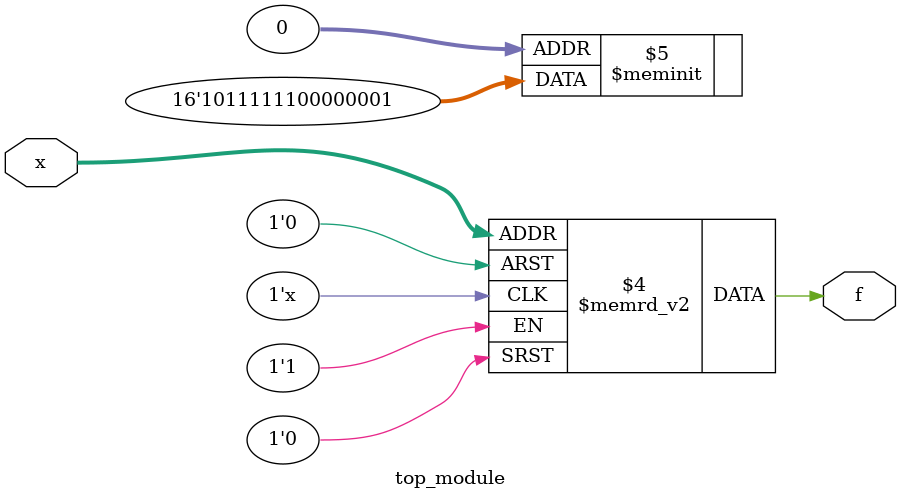
<source format=sv>
module top_module (
    input [4:1] x,
    output logic f
);

always @(*) begin
    case (x)
        4'b0000: f = 1'b1;
        4'b0001: f = 1'b0;
        4'b0011: f = 1'b0;
        4'b0010: f = 1'b0;  // Corrections were made here to match the Karnaugh map
        4'b0100: f = 1'b0;
        4'b0101: f = 1'b0;
        4'b0111: f = 1'b0;
        4'b0110: f = 1'b0;
        4'b1100: f = 1'b1;
        4'b1101: f = 1'b1;
        4'b1111: f = 1'b1;
        4'b1110: f = 1'b0;  
        4'b1000: f = 1'b1;
        4'b1001: f = 1'b1;
        4'b1011: f = 1'b1;  // Corrections were made here to match the Karnaugh map
        4'b1010: f = 1'b1;
        default: f = 1'b0;
    endcase
end

endmodule

</source>
